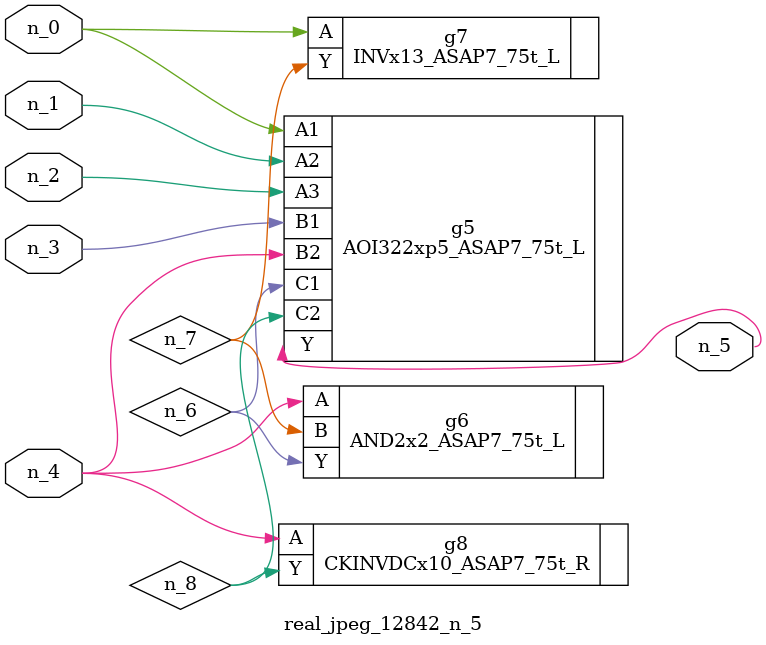
<source format=v>
module real_jpeg_12842_n_5 (n_4, n_0, n_1, n_2, n_3, n_5);

input n_4;
input n_0;
input n_1;
input n_2;
input n_3;

output n_5;

wire n_8;
wire n_6;
wire n_7;

AOI322xp5_ASAP7_75t_L g5 ( 
.A1(n_0),
.A2(n_1),
.A3(n_2),
.B1(n_3),
.B2(n_4),
.C1(n_6),
.C2(n_8),
.Y(n_5)
);

INVx13_ASAP7_75t_L g7 ( 
.A(n_0),
.Y(n_7)
);

AND2x2_ASAP7_75t_L g6 ( 
.A(n_4),
.B(n_7),
.Y(n_6)
);

CKINVDCx10_ASAP7_75t_R g8 ( 
.A(n_4),
.Y(n_8)
);


endmodule
</source>
